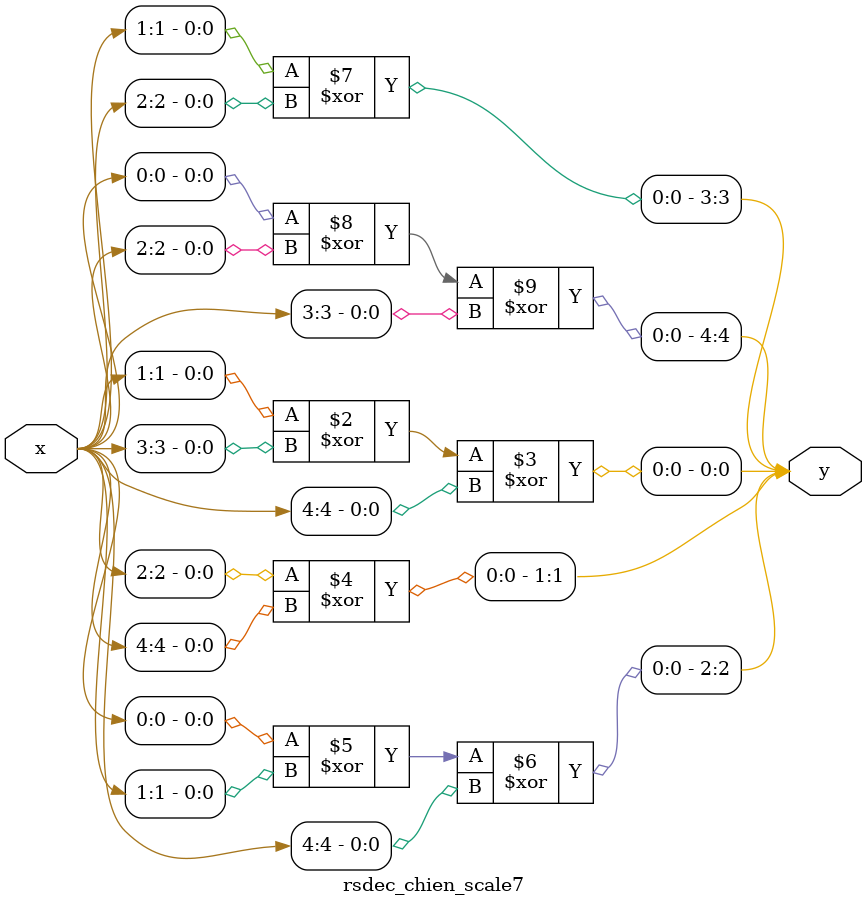
<source format=v>
module rsdec_chien_scale7 (y, x);
	input [4:0] x;
	output [4:0] y;
	reg [4:0] y;
	always @ (x)
	begin
		y[0] = x[1] ^ x[3] ^ x[4];
		y[1] = x[2] ^ x[4];
		y[2] = x[0] ^ x[1] ^ x[4];
		y[3] = x[1] ^ x[2];
		y[4] = x[0] ^ x[2] ^ x[3];
	end
endmodule
</source>
